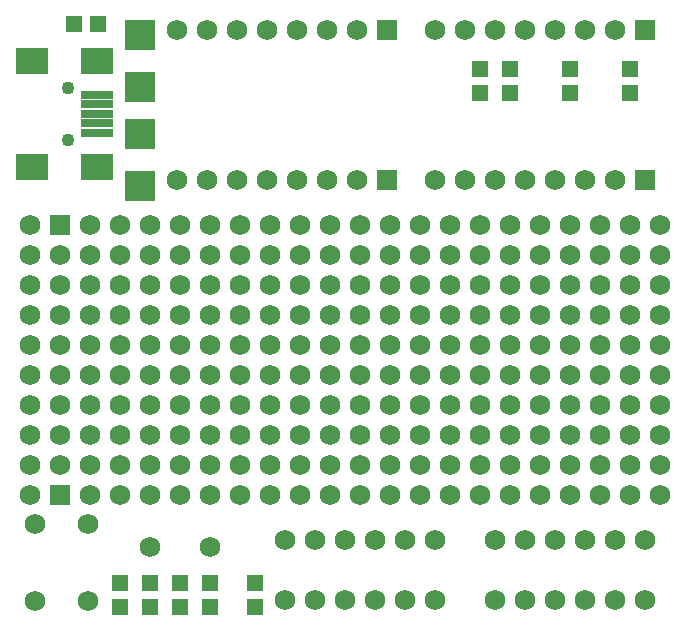
<source format=gts>
G75*
G70*
%OFA0B0*%
%FSLAX24Y24*%
%IPPOS*%
%LPD*%
%AMOC8*
5,1,8,0,0,1.08239X$1,22.5*
%
%ADD10C,0.0680*%
%ADD11R,0.0680X0.0680*%
%ADD12R,0.0580X0.0580*%
%ADD13R,0.1064X0.0277*%
%ADD14R,0.1064X0.0867*%
%ADD15C,0.0434*%
%ADD16R,0.1025X0.1025*%
D10*
X001382Y001524D03*
X003162Y001524D03*
X005222Y003304D03*
X005222Y005054D03*
X006222Y005054D03*
X007222Y005054D03*
X008222Y005054D03*
X009222Y005054D03*
X010222Y005054D03*
X011222Y005054D03*
X012222Y005054D03*
X013222Y005054D03*
X014222Y005054D03*
X015222Y005054D03*
X016222Y005054D03*
X017222Y005054D03*
X018222Y005054D03*
X019222Y005054D03*
X020222Y005054D03*
X021222Y005054D03*
X022222Y005054D03*
X022222Y006054D03*
X021222Y006054D03*
X020222Y006054D03*
X019222Y006054D03*
X018222Y006054D03*
X017222Y006054D03*
X016222Y006054D03*
X015222Y006054D03*
X014222Y006054D03*
X013222Y006054D03*
X012222Y006054D03*
X011222Y006054D03*
X010222Y006054D03*
X009222Y006054D03*
X008222Y006054D03*
X007222Y006054D03*
X006222Y006054D03*
X005222Y006054D03*
X004222Y006054D03*
X004222Y005054D03*
X003222Y005054D03*
X003162Y004084D03*
X001382Y004084D03*
X001222Y005054D03*
X001222Y006054D03*
X002222Y006054D03*
X002222Y007054D03*
X001222Y007054D03*
X001222Y008054D03*
X002222Y008054D03*
X002222Y009054D03*
X001222Y009054D03*
X001222Y010054D03*
X002222Y010054D03*
X002222Y011054D03*
X001222Y011054D03*
X001222Y012054D03*
X002222Y012054D03*
X002222Y013054D03*
X001222Y013054D03*
X001222Y014054D03*
X003222Y014054D03*
X003222Y013054D03*
X003222Y012054D03*
X003222Y011054D03*
X003222Y010054D03*
X003222Y009054D03*
X003222Y008054D03*
X003222Y007054D03*
X003222Y006054D03*
X004222Y007054D03*
X005222Y007054D03*
X006222Y007054D03*
X007222Y007054D03*
X008222Y007054D03*
X009222Y007054D03*
X010222Y007054D03*
X011222Y007054D03*
X012222Y007054D03*
X013222Y007054D03*
X014222Y007054D03*
X015222Y007054D03*
X016222Y007054D03*
X017222Y007054D03*
X018222Y007054D03*
X019222Y007054D03*
X020222Y007054D03*
X021222Y007054D03*
X022222Y007054D03*
X022222Y008054D03*
X021222Y008054D03*
X020222Y008054D03*
X019222Y008054D03*
X018222Y008054D03*
X017222Y008054D03*
X016222Y008054D03*
X015222Y008054D03*
X014222Y008054D03*
X013222Y008054D03*
X012222Y008054D03*
X011222Y008054D03*
X010222Y008054D03*
X009222Y008054D03*
X008222Y008054D03*
X007222Y008054D03*
X006222Y008054D03*
X005222Y008054D03*
X004222Y008054D03*
X004222Y009054D03*
X005222Y009054D03*
X006222Y009054D03*
X007222Y009054D03*
X008222Y009054D03*
X009222Y009054D03*
X010222Y009054D03*
X011222Y009054D03*
X012222Y009054D03*
X013222Y009054D03*
X014222Y009054D03*
X015222Y009054D03*
X016222Y009054D03*
X017222Y009054D03*
X018222Y009054D03*
X019222Y009054D03*
X020222Y009054D03*
X021222Y009054D03*
X022222Y009054D03*
X022222Y010054D03*
X021222Y010054D03*
X020222Y010054D03*
X019222Y010054D03*
X018222Y010054D03*
X017222Y010054D03*
X016222Y010054D03*
X015222Y010054D03*
X014222Y010054D03*
X013222Y010054D03*
X012222Y010054D03*
X011222Y010054D03*
X010222Y010054D03*
X009222Y010054D03*
X008222Y010054D03*
X007222Y010054D03*
X006222Y010054D03*
X005222Y010054D03*
X004222Y010054D03*
X004222Y011054D03*
X005222Y011054D03*
X006222Y011054D03*
X007222Y011054D03*
X008222Y011054D03*
X009222Y011054D03*
X010222Y011054D03*
X011222Y011054D03*
X012222Y011054D03*
X013222Y011054D03*
X014222Y011054D03*
X015222Y011054D03*
X016222Y011054D03*
X017222Y011054D03*
X018222Y011054D03*
X019222Y011054D03*
X020222Y011054D03*
X021222Y011054D03*
X022222Y011054D03*
X022222Y012054D03*
X021222Y012054D03*
X020222Y012054D03*
X019222Y012054D03*
X018222Y012054D03*
X017222Y012054D03*
X016222Y012054D03*
X015222Y012054D03*
X014222Y012054D03*
X013222Y012054D03*
X012222Y012054D03*
X011222Y012054D03*
X010222Y012054D03*
X009222Y012054D03*
X008222Y012054D03*
X007222Y012054D03*
X006222Y012054D03*
X005222Y012054D03*
X004222Y012054D03*
X004222Y013054D03*
X005222Y013054D03*
X006222Y013054D03*
X007222Y013054D03*
X008222Y013054D03*
X009222Y013054D03*
X010222Y013054D03*
X011222Y013054D03*
X012222Y013054D03*
X013222Y013054D03*
X014222Y013054D03*
X015222Y013054D03*
X016222Y013054D03*
X017222Y013054D03*
X018222Y013054D03*
X019222Y013054D03*
X020222Y013054D03*
X021222Y013054D03*
X022222Y013054D03*
X022222Y014054D03*
X021222Y014054D03*
X020222Y014054D03*
X019222Y014054D03*
X018222Y014054D03*
X017222Y014054D03*
X016222Y014054D03*
X015222Y014054D03*
X014222Y014054D03*
X013222Y014054D03*
X012222Y014054D03*
X011222Y014054D03*
X010222Y014054D03*
X009222Y014054D03*
X008222Y014054D03*
X007222Y014054D03*
X006222Y014054D03*
X005222Y014054D03*
X004222Y014054D03*
X006122Y015554D03*
X007122Y015554D03*
X008122Y015554D03*
X009122Y015554D03*
X010122Y015554D03*
X011122Y015554D03*
X012122Y015554D03*
X014722Y015554D03*
X015722Y015554D03*
X016722Y015554D03*
X017722Y015554D03*
X018722Y015554D03*
X019722Y015554D03*
X020722Y015554D03*
X020722Y020554D03*
X019722Y020554D03*
X018722Y020554D03*
X017722Y020554D03*
X016722Y020554D03*
X015722Y020554D03*
X014722Y020554D03*
X012122Y020554D03*
X011122Y020554D03*
X010122Y020554D03*
X009122Y020554D03*
X008122Y020554D03*
X007122Y020554D03*
X006122Y020554D03*
X009722Y003554D03*
X010722Y003554D03*
X011722Y003554D03*
X012722Y003554D03*
X013722Y003554D03*
X014722Y003554D03*
X014722Y001554D03*
X013722Y001554D03*
X012722Y001554D03*
X011722Y001554D03*
X010722Y001554D03*
X009722Y001554D03*
X007222Y003304D03*
X016722Y003554D03*
X017722Y003554D03*
X018722Y003554D03*
X019722Y003554D03*
X020722Y003554D03*
X021722Y003554D03*
X021722Y001554D03*
X020722Y001554D03*
X019722Y001554D03*
X018722Y001554D03*
X017722Y001554D03*
X016722Y001554D03*
D11*
X013122Y015554D03*
X013122Y020554D03*
X021722Y020554D03*
X021722Y015554D03*
X002222Y014054D03*
X002222Y005054D03*
D12*
X004222Y002104D03*
X004222Y001304D03*
X005222Y001304D03*
X005222Y002104D03*
X006222Y002104D03*
X006222Y001304D03*
X007222Y001304D03*
X007222Y002104D03*
X008722Y002104D03*
X008722Y001304D03*
X016222Y018454D03*
X016222Y019254D03*
X017222Y019254D03*
X017222Y018454D03*
X019222Y018454D03*
X019222Y019254D03*
X021222Y019254D03*
X021222Y018454D03*
X003472Y020754D03*
X002672Y020754D03*
D13*
X003456Y018384D03*
X003456Y018069D03*
X003456Y017754D03*
X003456Y017439D03*
X003456Y017124D03*
D14*
X003456Y015983D03*
X001291Y015983D03*
X001291Y019526D03*
X003456Y019526D03*
D15*
X002472Y018620D03*
X002472Y016888D03*
D16*
X004872Y017070D03*
X004872Y018638D03*
X004872Y020370D03*
X004872Y015338D03*
M02*

</source>
